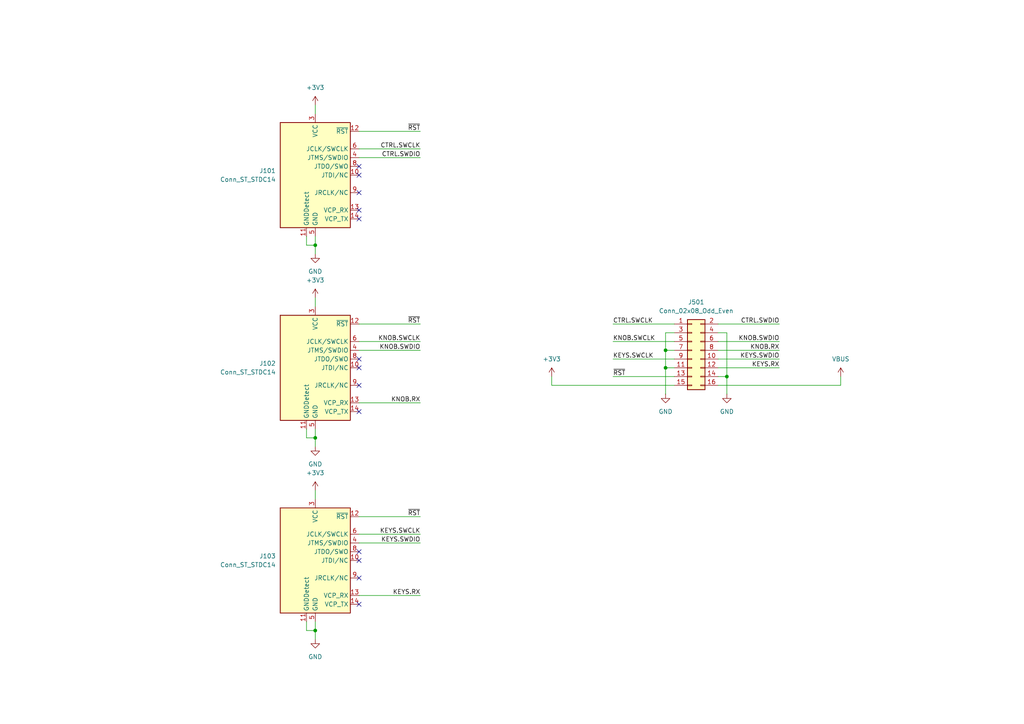
<source format=kicad_sch>
(kicad_sch (version 20250114) (generator "eeschema") (generator_version "9.0")
  (paper "A4")
  (lib_symbols
    (symbol "Connector:Conn_ST_STDC14"
      (property "Reference" "J" (at -8.89 16.51 0))
      (property "Value" "Conn_ST_STDC14" (at 17.78 16.51 0))
      (symbol "Conn_ST_STDC14_0_1"
        (rectangle (start -10.16 15.24) (end 10.16 -15.24) (stroke (width 0.254)) (fill (type background)))
      )
      (symbol "Conn_ST_STDC14_1_1"
        (pin no_connect line (at -10.16 5.08 0) (length 2.54) (hide yes) (name "NC") (number "1"))
        (pin no_connect line (at -10.16 2.54 0) (length 2.54) (hide yes) (name "NC") (number "2"))
        (pin passive line (at -2.54 -17.78 90) (length 2.54) (name "GNDDetect") (number "11"))
        (pin power_in line (at 0 17.78 270) (length 2.54) (name "VCC") (number "3"))
        (pin power_in line (at 0 -17.78 90) (length 2.54) (name "GND") (number "5"))
        (pin passive line (at 0 -17.78 90) (length 2.54) (hide yes) (name "GND") (number "7"))
        (pin open_collector line (at 12.7 12.7 180) (length 2.54) (name "~{RST}") (number "12"))
        (pin output line (at 12.7 7.62 180) (length 2.54) (name "JCLK/SWCLK") (number "6"))
        (pin bidirectional line (at 12.7 5.08 180) (length 2.54) (name "JTMS/SWDIO") (number "4"))
        (pin input line (at 12.7 2.54 180) (length 2.54) (name "JTDO/SWO") (number "8"))
        (pin output line (at 12.7 0 180) (length 2.54) (name "JTDI/NC") (number "10"))
        (pin input line (at 12.7 -5.08 180) (length 2.54) (name "JRCLK/NC") (number "9"))
        (pin output line (at 12.7 -10.16 180) (length 2.54) (name "VCP_RX") (number "13"))
        (pin input line (at 12.7 -12.7 180) (length 2.54) (name "VCP_TX") (number "14"))
      )
    )
    (symbol "Connector_Generic:Conn_02x08_Odd_Even" (pin_names (offset 1.016) (hide yes))
      (property "Reference" "J" (at 1.27 10.16 0))
      (property "Value" "Conn_02x08_Odd_Even" (at 1.27 -12.7 0))
      (symbol "Conn_02x08_Odd_Even_1_1"
        (rectangle (start -1.27 8.89) (end 3.81 -11.43) (stroke (width 0.254)) (fill (type background)))
        (rectangle (start -1.27 7.747) (end 0 7.493) (stroke (width 0.1524)))
        (rectangle (start -1.27 5.207) (end 0 4.953) (stroke (width 0.1524)))
        (rectangle (start -1.27 2.667) (end 0 2.413) (stroke (width 0.1524)))
        (rectangle (start -1.27 0.127) (end 0 -0.127) (stroke (width 0.1524)))
        (rectangle (start -1.27 -2.413) (end 0 -2.667) (stroke (width 0.1524)))
        (rectangle (start -1.27 -4.953) (end 0 -5.207) (stroke (width 0.1524)))
        (rectangle (start -1.27 -7.493) (end 0 -7.747) (stroke (width 0.1524)))
        (rectangle (start -1.27 -10.033) (end 0 -10.287) (stroke (width 0.1524)))
        (rectangle (start 3.81 7.747) (end 2.54 7.493) (stroke (width 0.1524)))
        (rectangle (start 3.81 5.207) (end 2.54 4.953) (stroke (width 0.1524)))
        (rectangle (start 3.81 2.667) (end 2.54 2.413) (stroke (width 0.1524)))
        (rectangle (start 3.81 0.127) (end 2.54 -0.127) (stroke (width 0.1524)))
        (rectangle (start 3.81 -2.413) (end 2.54 -2.667) (stroke (width 0.1524)))
        (rectangle (start 3.81 -4.953) (end 2.54 -5.207) (stroke (width 0.1524)))
        (rectangle (start 3.81 -7.493) (end 2.54 -7.747) (stroke (width 0.1524)))
        (rectangle (start 3.81 -10.033) (end 2.54 -10.287) (stroke (width 0.1524)))
        (pin passive line (at -5.08 7.62 0) (length 3.81) (name "Pin_1") (number "1"))
        (pin passive line (at -5.08 5.08 0) (length 3.81) (name "Pin_3") (number "3"))
        (pin passive line (at -5.08 2.54 0) (length 3.81) (name "Pin_5") (number "5"))
        (pin passive line (at -5.08 0 0) (length 3.81) (name "Pin_7") (number "7"))
        (pin passive line (at -5.08 -2.54 0) (length 3.81) (name "Pin_9") (number "9"))
        (pin passive line (at -5.08 -5.08 0) (length 3.81) (name "Pin_11") (number "11"))
        (pin passive line (at -5.08 -7.62 0) (length 3.81) (name "Pin_13") (number "13"))
        (pin passive line (at -5.08 -10.16 0) (length 3.81) (name "Pin_15") (number "15"))
        (pin passive line (at 7.62 7.62 180) (length 3.81) (name "Pin_2") (number "2"))
        (pin passive line (at 7.62 5.08 180) (length 3.81) (name "Pin_4") (number "4"))
        (pin passive line (at 7.62 2.54 180) (length 3.81) (name "Pin_6") (number "6"))
        (pin passive line (at 7.62 0 180) (length 3.81) (name "Pin_8") (number "8"))
        (pin passive line (at 7.62 -2.54 180) (length 3.81) (name "Pin_10") (number "10"))
        (pin passive line (at 7.62 -5.08 180) (length 3.81) (name "Pin_12") (number "12"))
        (pin passive line (at 7.62 -7.62 180) (length 3.81) (name "Pin_14") (number "14"))
        (pin passive line (at 7.62 -10.16 180) (length 3.81) (name "Pin_16") (number "16"))
      )
    )
    (symbol "power:+3V3" (power) (pin_numbers (hide yes)) (pin_names (offset 0) (hide yes))
      (property "Value" "+3V3" (at 0 3.556 0))
      (symbol "+3V3_0_1"
        (polyline (pts (xy -0.762 1.27) (xy 0 2.54)))
        (polyline (pts (xy 0 2.54) (xy 0.762 1.27)))
        (polyline (pts (xy 0 0) (xy 0 2.54)))
      )
      (symbol "+3V3_1_1"
        (pin power_in line (at 0 0 90) (length 0) (name "~") (number "1"))
      )
    )
    (symbol "power:GND" (power) (pin_numbers (hide yes)) (pin_names (offset 0) (hide yes))
      (property "Value" "GND" (at 0 -3.81 0))
      (symbol "GND_0_1"
        (polyline (pts (xy 0 0) (xy 0 -1.27) (xy 1.27 -1.27) (xy 0 -2.54) (xy -1.27 -1.27) (xy 0 -1.27)))
      )
      (symbol "GND_1_1"
        (pin power_in line (at 0 0 270) (length 0) (name "~") (number "1"))
      )
    )
    (symbol "power:VBUS" (power) (pin_numbers (hide yes)) (pin_names (offset 0) (hide yes))
      (property "Value" "VBUS" (at 0 3.556 0))
      (symbol "VBUS_0_1"
        (polyline (pts (xy -0.762 1.27) (xy 0 2.54)))
        (polyline (pts (xy 0 2.54) (xy 0.762 1.27)))
        (polyline (pts (xy 0 0) (xy 0 2.54)))
      )
      (symbol "VBUS_1_1"
        (pin power_in line (at 0 0 90) (length 0) (name "~") (number "1"))
      )
    )
  )
  (junction (at 210.82 109.22))
  (junction (at 91.44 71.12))
  (junction (at 193.04 101.6))
  (junction (at 193.04 106.68))
  (junction (at 91.44 182.88))
  (junction (at 91.44 127))
  (no_connect (at 104.14 167.64))
  (no_connect (at 104.14 55.88))
  (no_connect (at 104.14 63.5))
  (no_connect (at 104.14 160.02))
  (no_connect (at 104.14 50.8))
  (no_connect (at 104.14 175.26))
  (no_connect (at 104.14 104.14))
  (no_connect (at 104.14 60.96))
  (no_connect (at 104.14 111.76))
  (no_connect (at 104.14 48.26))
  (no_connect (at 104.14 106.68))
  (no_connect (at 104.14 162.56))
  (no_connect (at 104.14 119.38))
  (wire (pts (xy 177.8 104.14) (xy 195.58 104.14)))
  (wire (pts (xy 121.92 43.18) (xy 104.14 43.18)))
  (wire (pts (xy 177.8 93.98) (xy 195.58 93.98)))
  (wire (pts (xy 121.92 116.84) (xy 104.14 116.84)))
  (wire (pts (xy 208.28 93.98) (xy 226.06 93.98)))
  (wire (pts (xy 121.92 157.48) (xy 104.14 157.48)))
  (wire (pts (xy 121.92 172.72) (xy 104.14 172.72)))
  (wire (pts (xy 243.84 109.22) (xy 243.84 111.76)))
  (wire (pts (xy 91.44 86.36) (xy 91.44 88.9)))
  (wire (pts (xy 208.28 96.52) (xy 210.82 96.52)))
  (wire (pts (xy 208.28 106.68) (xy 226.06 106.68)))
  (wire (pts (xy 91.44 68.58) (xy 91.44 71.12)))
  (wire (pts (xy 104.14 38.1) (xy 121.92 38.1)))
  (wire (pts (xy 195.58 96.52) (xy 193.04 96.52)))
  (wire (pts (xy 91.44 71.12) (xy 88.9 71.12)))
  (wire (pts (xy 121.92 101.6) (xy 104.14 101.6)))
  (wire (pts (xy 208.28 101.6) (xy 226.06 101.6)))
  (wire (pts (xy 91.44 73.66) (xy 91.44 71.12)))
  (wire (pts (xy 210.82 96.52) (xy 210.82 109.22)))
  (wire (pts (xy 208.28 109.22) (xy 210.82 109.22)))
  (wire (pts (xy 243.84 111.76) (xy 208.28 111.76)))
  (wire (pts (xy 193.04 106.68) (xy 193.04 114.3)))
  (wire (pts (xy 193.04 106.68) (xy 195.58 106.68)))
  (wire (pts (xy 88.9 71.12) (xy 88.9 68.58)))
  (wire (pts (xy 91.44 124.46) (xy 91.44 127)))
  (wire (pts (xy 104.14 93.98) (xy 121.92 93.98)))
  (wire (pts (xy 121.92 154.94) (xy 104.14 154.94)))
  (wire (pts (xy 91.44 182.88) (xy 88.9 182.88)))
  (wire (pts (xy 193.04 101.6) (xy 193.04 106.68)))
  (wire (pts (xy 91.44 180.34) (xy 91.44 182.88)))
  (wire (pts (xy 91.44 127) (xy 88.9 127)))
  (wire (pts (xy 121.92 99.06) (xy 104.14 99.06)))
  (wire (pts (xy 208.28 104.14) (xy 226.06 104.14)))
  (wire (pts (xy 177.8 99.06) (xy 195.58 99.06)))
  (wire (pts (xy 160.02 111.76) (xy 195.58 111.76)))
  (wire (pts (xy 104.14 149.86) (xy 121.92 149.86)))
  (wire (pts (xy 121.92 45.72) (xy 104.14 45.72)))
  (wire (pts (xy 91.44 30.48) (xy 91.44 33.02)))
  (wire (pts (xy 91.44 142.24) (xy 91.44 144.78)))
  (wire (pts (xy 88.9 182.88) (xy 88.9 180.34)))
  (wire (pts (xy 193.04 96.52) (xy 193.04 101.6)))
  (wire (pts (xy 160.02 109.22) (xy 160.02 111.76)))
  (wire (pts (xy 91.44 185.42) (xy 91.44 182.88)))
  (wire (pts (xy 210.82 109.22) (xy 210.82 114.3)))
  (wire (pts (xy 177.8 109.22) (xy 195.58 109.22)))
  (wire (pts (xy 193.04 101.6) (xy 195.58 101.6)))
  (wire (pts (xy 208.28 99.06) (xy 226.06 99.06)))
  (wire (pts (xy 91.44 129.54) (xy 91.44 127)))
  (wire (pts (xy 88.9 127) (xy 88.9 124.46)))
  (label "CTRL.SWDIO" (at 226.06 93.98 180))
  (label "KEYS.SWCLK" (at 177.8 104.14 0))
  (label "KEYS.SWCLK" (at 121.92 154.94 180))
  (label "CTRL.SWCLK" (at 177.8 93.98 0))
  (label "KEYS.SWDIO" (at 226.06 104.14 180))
  (label "KNOB.SWCLK" (at 177.8 99.06 0))
  (label "KNOB.SWCLK" (at 121.92 99.06 180))
  (label "KEYS.SWDIO" (at 121.92 157.48 180))
  (label "KEYS.RX" (at 121.92 172.72 180))
  (label "KEYS.RX" (at 226.06 106.68 180))
  (label "~{RST}" (at 121.92 93.98 180))
  (label "KNOB.SWDIO" (at 226.06 99.06 180))
  (label "CTRL.SWDIO" (at 121.92 45.72 180))
  (label "~{RST}" (at 121.92 149.86 180))
  (label "KNOB.RX" (at 121.92 116.84 180))
  (label "KNOB.SWDIO" (at 121.92 101.6 180))
  (label "KNOB.RX" (at 226.06 101.6 180))
  (label "CTRL.SWCLK" (at 121.92 43.18 180))
  (label "~{RST}" (at 121.92 38.1 180))
  (label "~{RST}" (at 177.8 109.22 0))
  (symbol (lib_id "Connector_Generic:Conn_02x08_Odd_Even") (at 200.66 101.6 0) (unit 1)
    (property "Reference" "J501" (at 201.93 87.63 0))
    (property "Value" "Conn_02x08_Odd_Even" (at 201.93 90.17 0))
    (property "Footprint" "Connector_PinHeader_1.27mm:PinHeader_2x08_P1.27mm_Horizontal" (effects (hide yes)))
    (property "Description" "Generic connector, double row, 02x08, odd/even pin numbering scheme (row 1 odd numbers, row 2 even numbers), script generated (kicad-library-utils/schlib/autogen/connector/)" (effects (hide yes)))
  )
  (symbol (lib_id "power:+3V3") (at 160.02 109.22 0) (unit 1)
    (property "Reference" "#PWR0502" (effects (hide yes)))
    (property "Value" "+3V3" (at 160.02 104.14 0))
    (property "Description" "Power symbol creates a global label with name \"+3V3\"" (effects (hide yes)))
  )
  (symbol (lib_id "power:GND") (at 91.44 73.66 0) (unit 1)
    (property "Reference" "#PWR0106" (effects (hide yes)))
    (property "Value" "GND" (at 91.44 78.74 0))
    (property "Description" "Power symbol creates a global label with name \"GND\" , ground" (effects (hide yes)))
  )
  (symbol (lib_id "power:GND") (at 91.44 185.42 0) (unit 1)
    (property "Reference" "#PWR0105" (effects (hide yes)))
    (property "Value" "GND" (at 91.44 190.5 0))
    (property "Description" "Power symbol creates a global label with name \"GND\" , ground" (effects (hide yes)))
  )
  (symbol (lib_id "power:VBUS") (at 243.84 109.22 0) (unit 1)
    (property "Reference" "#PWR0503" (effects (hide yes)))
    (property "Value" "VBUS" (at 243.84 104.14 0))
    (property "Description" "Power symbol creates a global label with name \"VBUS\"" (effects (hide yes)))
  )
  (symbol (lib_id "Connector:Conn_ST_STDC14") (at 91.44 162.56 0) (unit 1)
    (property "Reference" "J103" (at 80.01 161.2899 0) (effects (justify right)))
    (property "Value" "Conn_ST_STDC14" (at 80.01 163.8299 0) (effects (justify right)))
    (property "Footprint" "project_footprints:STDC14" (effects (hide yes)))
    (property "Datasheet" "https://www.st.com/content/ccc/resource/technical/document/user_manual/group1/99/49/91/b6/b2/3a/46/e5/DM00526767/files/DM00526767.pdf/jcr:content/translations/en.DM00526767.pdf" (effects (hide yes)))
    (property "Description" "ST Debug Connector, standard ARM Cortex-M SWD and JTAG interface plus UART" (effects (hide yes)))
  )
  (symbol (lib_id "power:+3V3") (at 91.44 30.48 0) (unit 1)
    (property "Reference" "#PWR0103" (effects (hide yes)))
    (property "Value" "+3V3" (at 91.44 25.4 0))
    (property "Description" "Power symbol creates a global label with name \"+3V3\"" (effects (hide yes)))
  )
  (symbol (lib_id "power:GND") (at 193.04 114.3 0) (unit 1)
    (property "Reference" "#PWR0501" (effects (hide yes)))
    (property "Value" "GND" (at 193.04 119.38 0))
    (property "Description" "Power symbol creates a global label with name \"GND\" , ground" (effects (hide yes)))
  )
  (symbol (lib_id "power:GND") (at 210.82 114.3 0) (unit 1)
    (property "Reference" "#PWR0508" (effects (hide yes)))
    (property "Value" "GND" (at 210.82 119.38 0))
    (property "Description" "Power symbol creates a global label with name \"GND\" , ground" (effects (hide yes)))
  )
  (symbol (lib_id "Connector:Conn_ST_STDC14") (at 91.44 50.8 0) (unit 1)
    (property "Reference" "J101" (at 80.01 49.5299 0) (effects (justify right)))
    (property "Value" "Conn_ST_STDC14" (at 80.01 52.0699 0) (effects (justify right)))
    (property "Footprint" "project_footprints:STDC14" (effects (hide yes)))
    (property "Datasheet" "https://www.st.com/content/ccc/resource/technical/document/user_manual/group1/99/49/91/b6/b2/3a/46/e5/DM00526767/files/DM00526767.pdf/jcr:content/translations/en.DM00526767.pdf" (effects (hide yes)))
    (property "Description" "ST Debug Connector, standard ARM Cortex-M SWD and JTAG interface plus UART" (effects (hide yes)))
  )
  (symbol (lib_id "power:+3V3") (at 91.44 142.24 0) (unit 1)
    (property "Reference" "#PWR0104" (effects (hide yes)))
    (property "Value" "+3V3" (at 91.44 137.16 0))
    (property "Description" "Power symbol creates a global label with name \"+3V3\"" (effects (hide yes)))
  )
  (symbol (lib_id "power:GND") (at 91.44 129.54 0) (unit 1)
    (property "Reference" "#PWR0107" (effects (hide yes)))
    (property "Value" "GND" (at 91.44 134.62 0))
    (property "Description" "Power symbol creates a global label with name \"GND\" , ground" (effects (hide yes)))
  )
  (symbol (lib_id "Connector:Conn_ST_STDC14") (at 91.44 106.68 0) (unit 1)
    (property "Reference" "J102" (at 80.01 105.4099 0) (effects (justify right)))
    (property "Value" "Conn_ST_STDC14" (at 80.01 107.9499 0) (effects (justify right)))
    (property "Footprint" "project_footprints:STDC14" (effects (hide yes)))
    (property "Datasheet" "https://www.st.com/content/ccc/resource/technical/document/user_manual/group1/99/49/91/b6/b2/3a/46/e5/DM00526767/files/DM00526767.pdf/jcr:content/translations/en.DM00526767.pdf" (effects (hide yes)))
    (property "Description" "ST Debug Connector, standard ARM Cortex-M SWD and JTAG interface plus UART" (effects (hide yes)))
  )
  (symbol (lib_id "power:+3V3") (at 91.44 86.36 0) (unit 1)
    (property "Reference" "#PWR0101" (effects (hide yes)))
    (property "Value" "+3V3" (at 91.44 81.28 0))
    (property "Description" "Power symbol creates a global label with name \"+3V3\"" (effects (hide yes)))
  )
)
</source>
